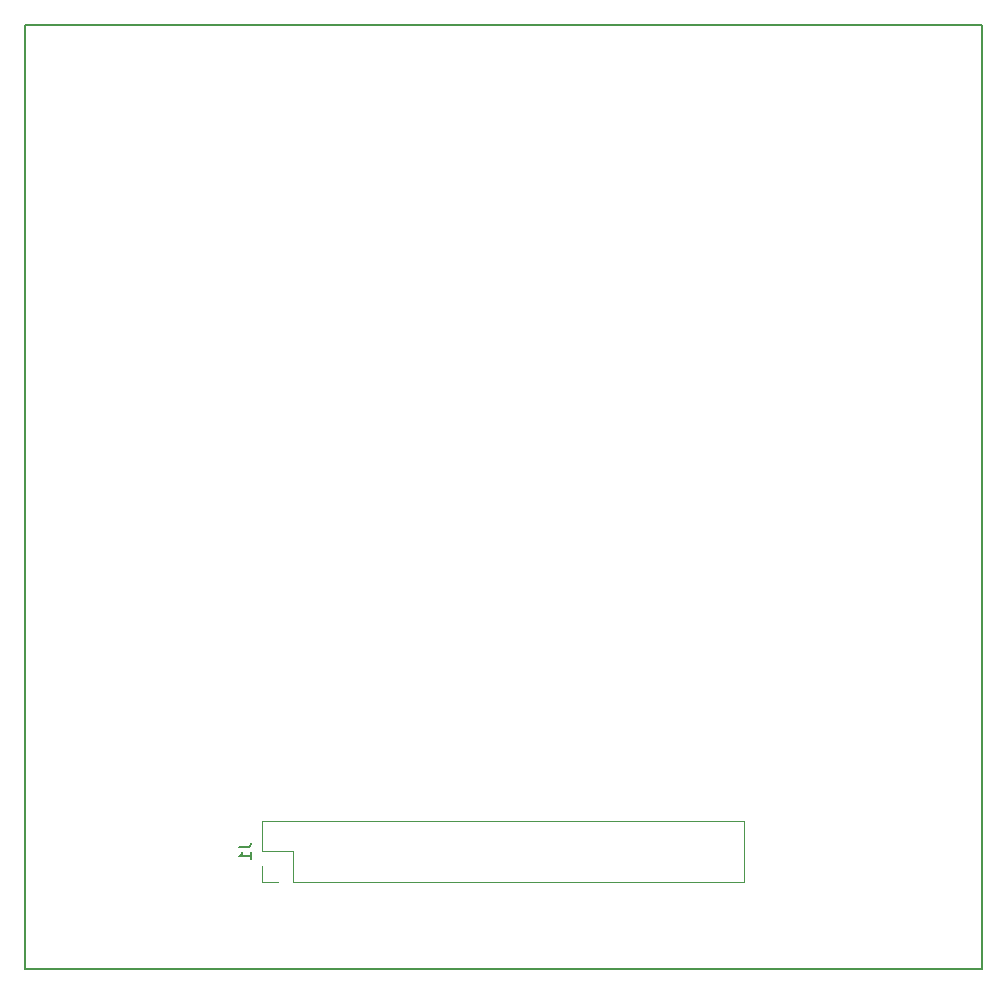
<source format=gbr>
G04 #@! TF.GenerationSoftware,KiCad,Pcbnew,5.0.2-bee76a0~70~ubuntu18.10.1*
G04 #@! TF.CreationDate,2019-01-06T00:11:04+02:00*
G04 #@! TF.ProjectId,GB-BRK-SLOT-A,47422d42-524b-42d5-934c-4f542d412e6b,v1.0*
G04 #@! TF.SameCoordinates,Original*
G04 #@! TF.FileFunction,Legend,Bot*
G04 #@! TF.FilePolarity,Positive*
%FSLAX46Y46*%
G04 Gerber Fmt 4.6, Leading zero omitted, Abs format (unit mm)*
G04 Created by KiCad (PCBNEW 5.0.2-bee76a0~70~ubuntu18.10.1) date su  6. tammikuuta 2019 00.11.04*
%MOMM*%
%LPD*%
G01*
G04 APERTURE LIST*
%ADD10C,0.150000*%
%ADD11C,0.120000*%
G04 APERTURE END LIST*
D10*
X128000000Y-70000000D02*
X128000000Y-150000000D01*
X47000000Y-70000000D02*
X128000000Y-70000000D01*
X47000000Y-150000000D02*
X128000000Y-150000000D01*
X47000000Y-70000000D02*
X47000000Y-150000000D01*
D11*
G04 #@! TO.C,J1*
X67120000Y-141270000D02*
X67120000Y-142600000D01*
X67120000Y-142600000D02*
X68450000Y-142600000D01*
X67120000Y-140000000D02*
X69720000Y-140000000D01*
X69720000Y-140000000D02*
X69720000Y-142600000D01*
X69720000Y-142600000D02*
X107880000Y-142600000D01*
X107880000Y-137400000D02*
X107880000Y-142600000D01*
X67120000Y-137400000D02*
X107880000Y-137400000D01*
X67120000Y-137400000D02*
X67120000Y-140000000D01*
G04 #@! TD*
G04 #@! TO.C,J1*
D10*
X65132380Y-139666666D02*
X65846666Y-139666666D01*
X65989523Y-139619047D01*
X66084761Y-139523809D01*
X66132380Y-139380952D01*
X66132380Y-139285714D01*
X66132380Y-140666666D02*
X66132380Y-140095238D01*
X66132380Y-140380952D02*
X65132380Y-140380952D01*
X65275238Y-140285714D01*
X65370476Y-140190476D01*
X65418095Y-140095238D01*
G04 #@! TD*
M02*

</source>
